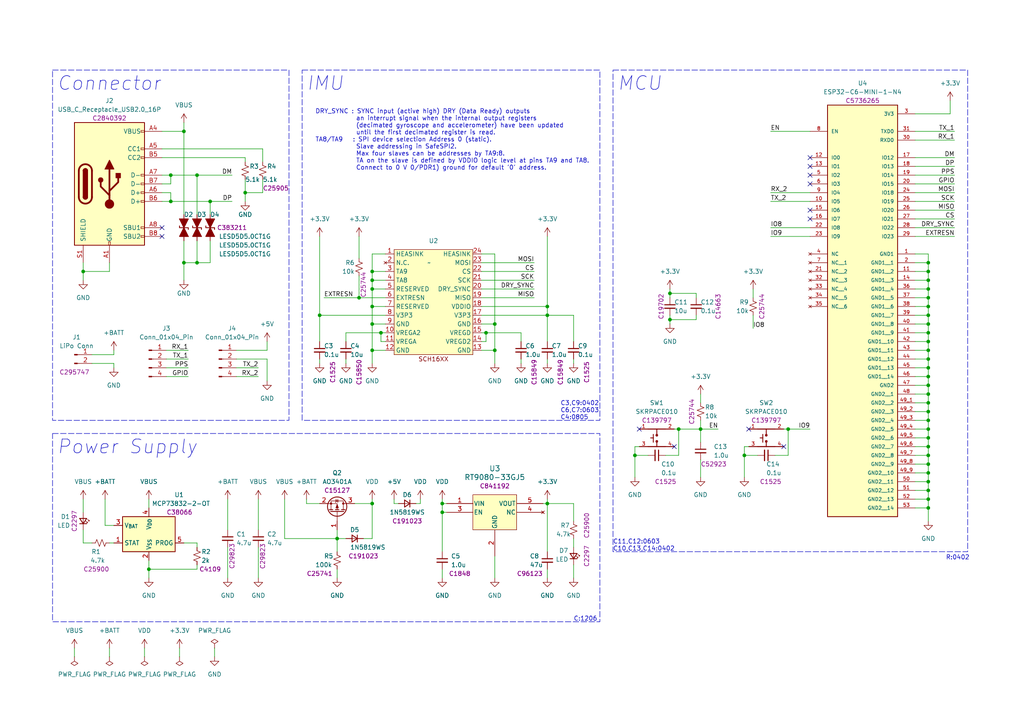
<source format=kicad_sch>
(kicad_sch (version 20230121) (generator eeschema)
  (paper "A4")
  (title_block (title "SCH16T Evaluation Board") (date "2025-03-18"))
  (junction (at 110.49 96.52))
  (junction (at 269.24 104.14))
  (junction (at 269.24 132.08))
  (junction (at 107.95 101.6))
  (junction (at 107.95 78.74))
  (junction (at 215.9 132.08))
  (junction (at 158.75 91.44))
  (junction (at 269.24 116.84))
  (junction (at 128.27 148.59))
  (junction (at 269.24 137.16))
  (junction (at 158.75 88.9))
  (junction (at 269.24 81.28))
  (junction (at 269.24 88.9))
  (junction (at 269.24 142.24))
  (junction (at 269.24 124.46))
  (junction (at 57.15 76.2))
  (junction (at 269.24 99.06))
  (junction (at 107.95 81.28))
  (junction (at 269.24 119.38))
  (junction (at 97.79 156.21))
  (junction (at 60.96 58.42))
  (junction (at 107.95 146.05))
  (junction (at 143.51 93.98))
  (junction (at 269.24 111.76))
  (junction (at 140.97 96.52))
  (junction (at 57.15 50.8))
  (junction (at 104.14 86.36))
  (junction (at 143.51 101.6))
  (junction (at 158.75 146.05))
  (junction (at 128.27 146.05))
  (junction (at 269.24 139.7))
  (junction (at 269.24 114.3))
  (junction (at 49.53 58.42))
  (junction (at 53.34 38.1))
  (junction (at 269.24 93.98))
  (junction (at 269.24 96.52))
  (junction (at 203.2 124.46))
  (junction (at 107.95 93.98))
  (junction (at 269.24 121.92))
  (junction (at 71.12 55.88))
  (junction (at 194.31 85.09))
  (junction (at 269.24 78.74))
  (junction (at 269.24 134.62))
  (junction (at 24.13 78.74))
  (junction (at 269.24 86.36))
  (junction (at 269.24 109.22))
  (junction (at 49.53 50.8))
  (junction (at 194.31 92.71))
  (junction (at 43.18 165.1))
  (junction (at 269.24 101.6))
  (junction (at 107.95 83.82))
  (junction (at 269.24 76.2))
  (junction (at 107.95 88.9))
  (junction (at 184.15 132.08))
  (junction (at 196.85 124.46))
  (junction (at 269.24 147.32))
  (junction (at 228.6 124.46))
  (junction (at 269.24 106.68))
  (junction (at 269.24 83.82))
  (junction (at 269.24 144.78))
  (junction (at 269.24 91.44))
  (junction (at 269.24 127))
  (junction (at 53.34 76.2))
  (junction (at 92.71 91.44))
  (junction (at 269.24 129.54))
  (no_connect (at 227.33 129.54))
  (no_connect (at 46.99 68.58))
  (no_connect (at 234.95 63.5))
  (no_connect (at 195.58 129.54))
  (no_connect (at 234.95 60.96))
  (no_connect (at 234.95 53.34))
  (no_connect (at 234.95 45.72))
  (no_connect (at 185.42 124.46))
  (no_connect (at 217.17 124.46))
  (no_connect (at 234.95 48.26))
  (no_connect (at 234.95 50.8))
  (no_connect (at 46.99 66.04))
  (wire (pts (xy 143.51 73.66) (xy 143.51 93.98)))
  (wire (pts (xy 269.24 147.32) (xy 265.43 147.32)))
  (wire (pts (xy 48.26 109.22) (xy 54.61 109.22)))
  (wire (pts (xy 269.24 121.92) (xy 265.43 121.92)))
  (wire (pts (xy 82.55 144.78) (xy 82.55 156.21)))
  (wire (pts (xy 269.24 134.62) (xy 265.43 134.62)))
  (wire (pts (xy 184.15 132.08) (xy 184.15 138.43)))
  (wire (pts (xy 21.59 187.96) (xy 21.59 190.5)))
  (wire (pts (xy 48.26 104.14) (xy 54.61 104.14)))
  (wire (pts (xy 139.7 78.74) (xy 154.94 78.74)))
  (wire (pts (xy 269.24 96.52) (xy 269.24 99.06)))
  (wire (pts (xy 97.79 165.1) (xy 97.79 167.64)))
  (wire (pts (xy 74.93 158.75) (xy 74.93 167.64)))
  (wire (pts (xy 265.43 45.72) (xy 276.86 45.72)))
  (wire (pts (xy 128.27 146.05) (xy 129.54 146.05)))
  (wire (pts (xy 110.49 96.52) (xy 110.49 99.06)))
  (wire (pts (xy 102.87 146.05) (xy 107.95 146.05)))
  (wire (pts (xy 269.24 101.6) (xy 269.24 104.14)))
  (wire (pts (xy 24.13 157.48) (xy 26.67 157.48)))
  (wire (pts (xy 269.24 91.44) (xy 265.43 91.44)))
  (wire (pts (xy 24.13 144.78) (xy 24.13 148.59)))
  (wire (pts (xy 269.24 129.54) (xy 265.43 129.54)))
  (wire (pts (xy 269.24 116.84) (xy 265.43 116.84)))
  (wire (pts (xy 269.24 91.44) (xy 269.24 93.98)))
  (wire (pts (xy 196.85 132.08) (xy 193.04 132.08)))
  (wire (pts (xy 275.59 29.21) (xy 275.59 33.02)))
  (wire (pts (xy 53.34 69.85) (xy 53.34 76.2)))
  (wire (pts (xy 269.24 142.24) (xy 265.43 142.24)))
  (wire (pts (xy 57.15 163.83) (xy 57.15 165.1)))
  (wire (pts (xy 77.47 101.6) (xy 77.47 99.06)))
  (wire (pts (xy 76.2 52.07) (xy 76.2 55.88)))
  (wire (pts (xy 71.12 55.88) (xy 76.2 55.88)))
  (wire (pts (xy 151.13 104.14) (xy 151.13 105.41)))
  (wire (pts (xy 215.9 129.54) (xy 217.17 129.54)))
  (wire (pts (xy 41.91 187.96) (xy 41.91 190.5)))
  (wire (pts (xy 107.95 78.74) (xy 107.95 81.28)))
  (wire (pts (xy 24.13 76.2) (xy 24.13 78.74)))
  (wire (pts (xy 121.92 146.05) (xy 120.65 146.05)))
  (wire (pts (xy 201.93 86.36) (xy 201.93 85.09)))
  (wire (pts (xy 269.24 111.76) (xy 265.43 111.76)))
  (wire (pts (xy 228.6 124.46) (xy 227.33 124.46)))
  (wire (pts (xy 223.52 66.04) (xy 234.95 66.04)))
  (wire (pts (xy 24.13 78.74) (xy 24.13 81.28)))
  (wire (pts (xy 203.2 124.46) (xy 208.28 124.46)))
  (wire (pts (xy 49.53 50.8) (xy 49.53 53.34)))
  (wire (pts (xy 139.7 101.6) (xy 143.51 101.6)))
  (wire (pts (xy 107.95 81.28) (xy 111.76 81.28)))
  (wire (pts (xy 46.99 43.18) (xy 76.2 43.18)))
  (wire (pts (xy 166.37 163.83) (xy 166.37 167.64)))
  (wire (pts (xy 269.24 134.62) (xy 269.24 137.16)))
  (wire (pts (xy 269.24 104.14) (xy 269.24 106.68)))
  (wire (pts (xy 269.24 129.54) (xy 269.24 132.08)))
  (wire (pts (xy 269.24 81.28) (xy 265.43 81.28)))
  (wire (pts (xy 269.24 144.78) (xy 265.43 144.78)))
  (wire (pts (xy 158.75 91.44) (xy 139.7 91.44)))
  (wire (pts (xy 265.43 40.64) (xy 276.86 40.64)))
  (wire (pts (xy 97.79 156.21) (xy 100.33 156.21)))
  (wire (pts (xy 24.13 78.74) (xy 31.75 78.74)))
  (wire (pts (xy 139.7 76.2) (xy 154.94 76.2)))
  (wire (pts (xy 60.96 58.42) (xy 60.96 62.23)))
  (wire (pts (xy 68.58 109.22) (xy 74.93 109.22)))
  (wire (pts (xy 166.37 99.06) (xy 166.37 91.44)))
  (wire (pts (xy 60.96 58.42) (xy 67.31 58.42)))
  (wire (pts (xy 46.99 45.72) (xy 71.12 45.72)))
  (wire (pts (xy 48.26 101.6) (xy 54.61 101.6)))
  (wire (pts (xy 265.43 48.26) (xy 276.86 48.26)))
  (wire (pts (xy 107.95 73.66) (xy 107.95 78.74)))
  (wire (pts (xy 269.24 116.84) (xy 269.24 119.38)))
  (wire (pts (xy 166.37 151.13) (xy 166.37 146.05)))
  (wire (pts (xy 57.15 76.2) (xy 60.96 76.2)))
  (wire (pts (xy 139.7 88.9) (xy 158.75 88.9)))
  (wire (pts (xy 158.75 91.44) (xy 158.75 99.06)))
  (wire (pts (xy 49.53 50.8) (xy 57.15 50.8)))
  (wire (pts (xy 139.7 83.82) (xy 154.94 83.82)))
  (wire (pts (xy 269.24 104.14) (xy 265.43 104.14)))
  (wire (pts (xy 107.95 93.98) (xy 107.95 101.6)))
  (wire (pts (xy 107.95 101.6) (xy 107.95 105.41)))
  (wire (pts (xy 269.24 93.98) (xy 269.24 96.52)))
  (wire (pts (xy 269.24 137.16) (xy 269.24 139.7)))
  (wire (pts (xy 143.51 161.29) (xy 143.51 167.64)))
  (wire (pts (xy 46.99 38.1) (xy 53.34 38.1)))
  (wire (pts (xy 203.2 133.35) (xy 203.2 138.43)))
  (wire (pts (xy 139.7 73.66) (xy 143.51 73.66)))
  (wire (pts (xy 31.75 76.2) (xy 31.75 78.74)))
  (wire (pts (xy 223.52 58.42) (xy 234.95 58.42)))
  (wire (pts (xy 228.6 132.08) (xy 224.79 132.08)))
  (wire (pts (xy 121.92 144.78) (xy 121.92 146.05)))
  (wire (pts (xy 269.24 96.52) (xy 265.43 96.52)))
  (wire (pts (xy 157.48 146.05) (xy 158.75 146.05)))
  (wire (pts (xy 57.15 158.75) (xy 57.15 157.48)))
  (wire (pts (xy 100.33 104.14) (xy 100.33 105.41)))
  (wire (pts (xy 107.95 144.78) (xy 107.95 146.05)))
  (wire (pts (xy 269.24 144.78) (xy 269.24 147.32)))
  (wire (pts (xy 158.75 68.58) (xy 158.75 88.9)))
  (wire (pts (xy 228.6 124.46) (xy 234.95 124.46)))
  (wire (pts (xy 92.71 99.06) (xy 92.71 91.44)))
  (wire (pts (xy 166.37 91.44) (xy 158.75 91.44)))
  (wire (pts (xy 201.93 91.44) (xy 201.93 92.71)))
  (wire (pts (xy 203.2 124.46) (xy 203.2 128.27)))
  (wire (pts (xy 269.24 83.82) (xy 269.24 86.36)))
  (wire (pts (xy 269.24 124.46) (xy 265.43 124.46)))
  (wire (pts (xy 111.76 93.98) (xy 107.95 93.98)))
  (wire (pts (xy 93.98 86.36) (xy 104.14 86.36)))
  (wire (pts (xy 100.33 96.52) (xy 110.49 96.52)))
  (wire (pts (xy 128.27 165.1) (xy 128.27 167.64)))
  (wire (pts (xy 269.24 111.76) (xy 269.24 114.3)))
  (wire (pts (xy 269.24 139.7) (xy 265.43 139.7)))
  (wire (pts (xy 31.75 157.48) (xy 33.02 157.48)))
  (wire (pts (xy 269.24 73.66) (xy 269.24 76.2)))
  (wire (pts (xy 269.24 99.06) (xy 265.43 99.06)))
  (wire (pts (xy 114.3 144.78) (xy 114.3 146.05)))
  (wire (pts (xy 269.24 142.24) (xy 269.24 144.78)))
  (wire (pts (xy 30.48 152.4) (xy 33.02 152.4)))
  (wire (pts (xy 43.18 165.1) (xy 57.15 165.1)))
  (wire (pts (xy 71.12 52.07) (xy 71.12 55.88)))
  (wire (pts (xy 57.15 69.85) (xy 57.15 76.2)))
  (wire (pts (xy 57.15 50.8) (xy 57.15 62.23)))
  (wire (pts (xy 269.24 127) (xy 269.24 129.54)))
  (wire (pts (xy 269.24 124.46) (xy 269.24 127)))
  (wire (pts (xy 53.34 76.2) (xy 57.15 76.2)))
  (wire (pts (xy 228.6 124.46) (xy 228.6 132.08)))
  (wire (pts (xy 218.44 83.82) (xy 218.44 86.36)))
  (wire (pts (xy 269.24 73.66) (xy 265.43 73.66)))
  (wire (pts (xy 139.7 81.28) (xy 154.94 81.28)))
  (wire (pts (xy 66.04 158.75) (xy 66.04 167.64)))
  (wire (pts (xy 194.31 85.09) (xy 201.93 85.09)))
  (wire (pts (xy 166.37 104.14) (xy 166.37 105.41)))
  (wire (pts (xy 105.41 156.21) (xy 107.95 156.21)))
  (wire (pts (xy 107.95 78.74) (xy 111.76 78.74)))
  (wire (pts (xy 269.24 83.82) (xy 265.43 83.82)))
  (wire (pts (xy 140.97 99.06) (xy 140.97 96.52)))
  (wire (pts (xy 43.18 165.1) (xy 43.18 167.64)))
  (wire (pts (xy 194.31 92.71) (xy 201.93 92.71)))
  (wire (pts (xy 26.67 105.41) (xy 33.02 105.41)))
  (wire (pts (xy 194.31 83.82) (xy 194.31 85.09)))
  (wire (pts (xy 107.95 146.05) (xy 107.95 156.21)))
  (wire (pts (xy 71.12 46.99) (xy 71.12 45.72)))
  (wire (pts (xy 158.75 165.1) (xy 158.75 167.64)))
  (wire (pts (xy 269.24 81.28) (xy 269.24 83.82)))
  (wire (pts (xy 151.13 96.52) (xy 151.13 99.06)))
  (wire (pts (xy 143.51 93.98) (xy 143.51 101.6)))
  (wire (pts (xy 196.85 124.46) (xy 196.85 132.08)))
  (wire (pts (xy 269.24 114.3) (xy 265.43 114.3)))
  (wire (pts (xy 53.34 62.23) (xy 53.34 38.1)))
  (wire (pts (xy 158.75 146.05) (xy 158.75 160.02)))
  (wire (pts (xy 269.24 86.36) (xy 269.24 88.9)))
  (wire (pts (xy 57.15 50.8) (xy 67.31 50.8)))
  (wire (pts (xy 215.9 132.08) (xy 215.9 138.43)))
  (wire (pts (xy 107.95 88.9) (xy 107.95 93.98)))
  (wire (pts (xy 269.24 109.22) (xy 265.43 109.22)))
  (wire (pts (xy 88.9 144.78) (xy 88.9 146.05)))
  (wire (pts (xy 33.02 102.87) (xy 26.67 102.87)))
  (wire (pts (xy 33.02 105.41) (xy 33.02 106.68)))
  (wire (pts (xy 194.31 92.71) (xy 194.31 93.98)))
  (wire (pts (xy 265.43 53.34) (xy 276.86 53.34)))
  (wire (pts (xy 194.31 85.09) (xy 194.31 86.36)))
  (wire (pts (xy 100.33 99.06) (xy 100.33 96.52)))
  (wire (pts (xy 139.7 96.52) (xy 140.97 96.52)))
  (wire (pts (xy 166.37 156.21) (xy 166.37 158.75)))
  (wire (pts (xy 215.9 132.08) (xy 219.71 132.08)))
  (wire (pts (xy 269.24 119.38) (xy 269.24 121.92)))
  (wire (pts (xy 269.24 121.92) (xy 269.24 124.46)))
  (wire (pts (xy 49.53 58.42) (xy 60.96 58.42)))
  (wire (pts (xy 265.43 68.58) (xy 276.86 68.58)))
  (wire (pts (xy 68.58 101.6) (xy 77.47 101.6)))
  (wire (pts (xy 110.49 96.52) (xy 111.76 96.52)))
  (wire (pts (xy 269.24 99.06) (xy 269.24 101.6)))
  (wire (pts (xy 49.53 55.88) (xy 49.53 58.42)))
  (wire (pts (xy 203.2 121.92) (xy 203.2 124.46)))
  (wire (pts (xy 128.27 148.59) (xy 128.27 160.02)))
  (wire (pts (xy 53.34 76.2) (xy 53.34 81.28)))
  (wire (pts (xy 60.96 69.85) (xy 60.96 76.2)))
  (wire (pts (xy 111.76 101.6) (xy 107.95 101.6)))
  (wire (pts (xy 269.24 106.68) (xy 265.43 106.68)))
  (wire (pts (xy 53.34 157.48) (xy 57.15 157.48)))
  (wire (pts (xy 269.24 132.08) (xy 269.24 134.62)))
  (wire (pts (xy 269.24 78.74) (xy 265.43 78.74)))
  (wire (pts (xy 30.48 144.78) (xy 30.48 152.4)))
  (wire (pts (xy 223.52 68.58) (xy 234.95 68.58)))
  (wire (pts (xy 82.55 156.21) (xy 97.79 156.21)))
  (wire (pts (xy 158.75 104.14) (xy 158.75 105.41)))
  (wire (pts (xy 218.44 91.44) (xy 218.44 95.25)))
  (wire (pts (xy 269.24 86.36) (xy 265.43 86.36)))
  (wire (pts (xy 24.13 153.67) (xy 24.13 157.48)))
  (wire (pts (xy 215.9 129.54) (xy 215.9 132.08)))
  (wire (pts (xy 71.12 55.88) (xy 71.12 58.42)))
  (wire (pts (xy 53.34 35.56) (xy 53.34 38.1)))
  (wire (pts (xy 33.02 101.6) (xy 33.02 102.87)))
  (wire (pts (xy 158.75 88.9) (xy 158.75 91.44)))
  (wire (pts (xy 128.27 146.05) (xy 128.27 148.59)))
  (wire (pts (xy 203.2 114.3) (xy 203.2 116.84)))
  (wire (pts (xy 265.43 33.02) (xy 275.59 33.02)))
  (wire (pts (xy 62.23 187.96) (xy 62.23 190.5)))
  (wire (pts (xy 223.52 38.1) (xy 234.95 38.1)))
  (wire (pts (xy 184.15 129.54) (xy 185.42 129.54)))
  (wire (pts (xy 269.24 101.6) (xy 265.43 101.6)))
  (wire (pts (xy 196.85 124.46) (xy 203.2 124.46)))
  (wire (pts (xy 92.71 146.05) (xy 88.9 146.05)))
  (wire (pts (xy 140.97 96.52) (xy 151.13 96.52)))
  (wire (pts (xy 184.15 129.54) (xy 184.15 132.08)))
  (wire (pts (xy 269.24 109.22) (xy 269.24 111.76)))
  (wire (pts (xy 265.43 38.1) (xy 276.86 38.1)))
  (wire (pts (xy 139.7 86.36) (xy 154.94 86.36)))
  (wire (pts (xy 104.14 86.36) (xy 111.76 86.36)))
  (wire (pts (xy 269.24 147.32) (xy 269.24 151.13)))
  (wire (pts (xy 48.26 106.68) (xy 54.61 106.68)))
  (wire (pts (xy 77.47 110.49) (xy 77.47 104.14)))
  (wire (pts (xy 128.27 148.59) (xy 129.54 148.59)))
  (wire (pts (xy 269.24 93.98) (xy 265.43 93.98)))
  (wire (pts (xy 158.75 146.05) (xy 166.37 146.05)))
  (wire (pts (xy 139.7 93.98) (xy 143.51 93.98)))
  (wire (pts (xy 66.04 144.78) (xy 66.04 153.67)))
  (wire (pts (xy 43.18 144.78) (xy 43.18 147.32)))
  (wire (pts (xy 143.51 101.6) (xy 143.51 105.41)))
  (wire (pts (xy 269.24 106.68) (xy 269.24 109.22)))
  (wire (pts (xy 269.24 127) (xy 265.43 127)))
  (wire (pts (xy 111.76 99.06) (xy 110.49 99.06)))
  (wire (pts (xy 269.24 119.38) (xy 265.43 119.38)))
  (wire (pts (xy 77.47 104.14) (xy 68.58 104.14)))
  (wire (pts (xy 196.85 124.46) (xy 195.58 124.46)))
  (wire (pts (xy 269.24 132.08) (xy 265.43 132.08)))
  (wire (pts (xy 92.71 68.58) (xy 92.71 91.44)))
  (wire (pts (xy 107.95 81.28) (xy 107.95 83.82)))
  (wire (pts (xy 269.24 114.3) (xy 269.24 116.84)))
  (wire (pts (xy 158.75 146.05) (xy 158.75 144.78)))
  (wire (pts (xy 92.71 104.14) (xy 92.71 105.41)))
  (wire (pts (xy 194.31 91.44) (xy 194.31 92.71)))
  (wire (pts (xy 74.93 144.78) (xy 74.93 153.67)))
  (wire (pts (xy 92.71 91.44) (xy 111.76 91.44)))
  (wire (pts (xy 111.76 73.66) (xy 107.95 73.66)))
  (wire (pts (xy 269.24 76.2) (xy 269.24 78.74)))
  (wire (pts (xy 97.79 153.67) (xy 97.79 156.21)))
  (wire (pts (xy 223.52 55.88) (xy 234.95 55.88)))
  (wire (pts (xy 139.7 99.06) (xy 140.97 99.06)))
  (wire (pts (xy 107.95 83.82) (xy 107.95 88.9)))
  (wire (pts (xy 265.43 55.88) (xy 276.86 55.88)))
  (wire (pts (xy 128.27 144.78) (xy 128.27 146.05)))
  (wire (pts (xy 46.99 58.42) (xy 49.53 58.42)))
  (wire (pts (xy 68.58 106.68) (xy 74.93 106.68)))
  (wire (pts (xy 76.2 43.18) (xy 76.2 46.99)))
  (wire (pts (xy 52.07 187.96) (xy 52.07 190.5)))
  (wire (pts (xy 31.75 187.96) (xy 31.75 190.5)))
  (wire (pts (xy 269.24 88.9) (xy 265.43 88.9)))
  (wire (pts (xy 104.14 68.58) (xy 104.14 74.93)))
  (wire (pts (xy 104.14 80.01) (xy 104.14 86.36)))
  (wire (pts (xy 46.99 53.34) (xy 49.53 53.34)))
  (wire (pts (xy 265.43 60.96) (xy 276.86 60.96)))
  (wire (pts (xy 269.24 76.2) (xy 265.43 76.2)))
  (wire (pts (xy 269.24 88.9) (xy 269.24 91.44)))
  (wire (pts (xy 43.18 162.56) (xy 43.18 165.1)))
  (wire (pts (xy 107.95 88.9) (xy 111.76 88.9)))
  (wire (pts (xy 269.24 137.16) (xy 265.43 137.16)))
  (wire (pts (xy 46.99 50.8) (xy 49.53 50.8)))
  (wire (pts (xy 46.99 55.88) (xy 49.53 55.88)))
  (wire (pts (xy 265.43 63.5) (xy 276.86 63.5)))
  (wire (pts (xy 265.43 58.42) (xy 276.86 58.42)))
  (wire (pts (xy 111.76 83.82) (xy 107.95 83.82)))
  (wire (pts (xy 269.24 139.7) (xy 269.24 142.24)))
  (wire (pts (xy 265.43 50.8) (xy 276.86 50.8)))
  (wire (pts (xy 269.24 78.74) (xy 269.24 81.28)))
  (wire (pts (xy 265.43 66.04) (xy 276.86 66.04)))
  (wire (pts (xy 114.3 146.05) (xy 115.57 146.05)))
  (wire (pts (xy 184.15 132.08) (xy 187.96 132.08)))
  (wire (pts (xy 97.79 156.21) (xy 97.79 160.02)))
  (rectangle (start 177.8 20.32) (end 280.67 160.02) (stroke (width 0) (type dash)))
  (rectangle (start 15.24 20.32) (end 83.82 121.92) (stroke (width 0) (type dash)))
  (rectangle (start 87.63 20.32) (end 173.99 121.92) (stroke (width 0) (type dash)))
  (rectangle (start 15.24 125.73) (end 173.99 180.34) (stroke (width 0) (type dash)))
  (text "Power Supply" (at 16.51 132.08 0) (effects (font (size 4 4) italic) (justify left bottom)))
  (text "MCU" (at 179.07 26.67 0) (effects (font (size 4 4) italic) (justify left bottom)))
  (text "IMU" (at 88.9 26.67 0) (effects (font (size 4 4) italic) (justify left bottom)))
  (text "DRY_SYNC : SYNC input (active high) DRY (Data Ready) outputs \n		  an interrupt signal when the internal output registers\n		  (decimated gyroscope and accelerometer) have been updated\n		  until the first decimated register is read. \nTA8/TA9	 : SPI device selection Address 0 (static).\n		  Slave addressing in SafeSPI2. \n		  Max four slaves can be addresses by TA9:8. \n		  TA on the slave is defined by VDDIO logic level at pins TA9 and TA8.\n		  Connect to 0 V 0/PDR1) ground for default '0' address. " (at 91.44 49.53 0) (effects (font (size 1.27 1.27)) (justify left bottom)))
  (text "Connector" (at 16.51 26.67 0) (effects (font (size 4 4) italic) (justify left bottom)))
  (text "C:1206" (at 166.37 180.34 0) (effects (font (size 1.27 1.27)) (justify left bottom)))
  (text "C11,C12:0603\nC10,C13,C14:0402" (at 177.8 160.02 0) (effects (font (size 1.27 1.27)) (justify left bottom)))
  (text "C3,C9:0402\nC6,C7:0603\nC4:0805" (at 162.56 121.92 0) (effects (font (size 1.27 1.27)) (justify left bottom)))
  (text "R:0402" (at 274.32 162.56 0) (effects (font (size 1.27 1.27)) (justify left bottom)))
  (label "PPS" (at 54.61 106.68 180))
  (label "EN" (at 223.52 38.1 0))
  (label "RX_1" (at 54.61 101.6 180))
  (label "TX_1" (at 276.86 38.1 180))
  (label "DRY_SYNC" (at 154.94 83.82 180))
  (label "CS" (at 154.94 78.74 180))
  (label "RX_2" (at 74.93 109.22 180))
  (label "RX_2" (at 223.52 55.88 0))
  (label "MOSI" (at 154.94 76.2 180))
  (label "PPS" (at 276.86 50.8 180))
  (label "GPIO" (at 276.86 53.34 180))
  (label "EN" (at 208.28 124.46 180))
  (label "MISO" (at 154.94 86.36 180))
  (label "TX_1" (at 54.61 104.14 180))
  (label "IO9" (at 223.52 68.58 0))
  (label "MOSI" (at 276.86 55.88 180))
  (label "SCK" (at 276.86 58.42 180))
  (label "IO8" (at 223.52 66.04 0))
  (label "DP" (at 276.86 48.26 180))
  (label "EXTRESN" (at 276.86 68.58 180))
  (label "DP" (at 67.31 58.42 180))
  (label "DM" (at 67.31 50.8 180))
  (label "GPIO" (at 54.61 109.22 180))
  (label "IO8" (at 218.44 95.25 0))
  (label "DM" (at 276.86 45.72 180))
  (label "IO9" (at 234.95 124.46 180))
  (label "MISO" (at 276.86 60.96 180))
  (label "SCK" (at 154.94 81.28 180))
  (label "RX_1" (at 276.86 40.64 180))
  (label "CS" (at 276.86 63.5 180))
  (label "TX_2" (at 74.93 106.68 180))
  (label "TX_2" (at 223.52 58.42 0))
  (label "DRY_SYNC" (at 276.86 66.04 180))
  (label "EXTRESN" (at 93.98 86.36 0))
  (symbol (lib_id "Device:C_Small") (at 128.27 162.56 0) (unit 1)
    (property "Reference" "C5" (at 130.81 161.2963 0) (effects (justify left)))
    (property "Value" "1.0u" (at 130.81 163.8363 0) (effects (justify left)))
    (property "Footprint" "Capacitor_SMD:C_1206_3216Metric" (effects hide))
    (property "LCSC" "C1848" (at 133.35 166.37 0))
  )
  (symbol (lib_id "ESP32-C6-MINI-1-N4:ESP32-C6-MINI-1-N4") (at 250.19 53.34 0) (unit 1)
    (property "Reference" "U4" (at 250.19 24.13 0))
    (property "Value" "ESP32-C6-MINI-1-N4" (at 250.19 26.67 0))
    (property "Footprint" "ESP32_C6_MINI_1_N4:XCVR_ESP32-C6-MINI-1-N4" (effects hide))
    (property "PARTREV" "1.0" (effects hide))
    (property "STANDARD" "Manufacturer recommendations" (effects hide))
    (property "MAXIMUM_PACKAGE_HEIGHT" "2.55 mm" (effects hide))
    (property "MANUFACTURER" "Espressif Systems" (effects hide))
    (property "LCSC" "C5736265" (at 250.19 29.21 0))
  )
  (symbol (lib_id "Device:R_Small_US") (at 97.79 162.56 0) (unit 1)
    (property "Reference" "R5" (at 93.98 161.29 0) (effects (justify left)))
    (property "Value" "100k" (at 91.44 163.83 0) (effects (justify left)))
    (property "Footprint" "Resistor_SMD:R_0402_1005Metric" (effects hide))
    (property "LCSC" "C25741" (at 92.71 166.37 0))
  )
  (symbol (lib_id "Device:D_Small") (at 102.87 156.21 180) (unit 1)
    (property "Reference" "D5" (at 102.87 153.67 0))
    (property "Value" "1N5819WS" (at 106.68 158.75 0))
    (property "Footprint" "Diode_SMD:D_SOD-323" (effects hide))
    (property "Sim.Device" "D" (effects hide))
    (property "Sim.Pins" "1=K 2=A" (effects hide))
    (property "LCSC" "C191023" (at 105.41 161.29 0))
  )
  (symbol (lib_id "Device:R_Small_US") (at 71.12 49.53 0) (unit 1)
    (property "Reference" "R3" (at 72.39 48.26 0) (effects (justify left)))
    (property "Value" "5.1k" (at 71.12 52.07 0) (effects (justify left)))
    (property "Footprint" "Resistor_SMD:R_0402_1005Metric" (effects hide))
    (property "LCSC" "C25905" (at 80.01 54.61 0))
  )
  (symbol (lib_id "power:VDD") (at 121.92 144.78 0) (unit 1)
    (property "Reference" "#PWR032" (effects hide))
    (property "Value" "VDD" (at 121.92 139.7 0))
  )
  (symbol (lib_id "power:+3.3V") (at 104.14 68.58 0) (unit 1)
    (property "Reference" "#PWR028" (effects hide))
    (property "Value" "+3.3V" (at 104.14 63.5 0))
  )
  (symbol (lib_id "power:GND") (at 143.51 105.41 0) (unit 1)
    (property "Reference" "#PWR035" (effects hide))
    (property "Value" "GND" (at 143.51 110.49 0))
  )
  (symbol (lib_id "power:GND") (at 97.79 167.64 0) (unit 1)
    (property "Reference" "#PWR026" (effects hide))
    (property "Value" "GND" (at 97.79 172.72 0))
  )
  (symbol (lib_id "power:VBUS") (at 21.59 187.96 0) (unit 1)
    (property "Reference" "#PWR01" (effects hide))
    (property "Value" "VBUS" (at 21.59 182.88 0))
  )
  (symbol (lib_id "Device:C_Small") (at 203.2 130.81 0) (unit 1)
    (property "Reference" "C13" (at 207.01 129.54 0) (effects (justify left)))
    (property "Value" "1.0u" (at 207.01 132.08 0) (effects (justify left)))
    (property "Footprint" "Capacitor_SMD:C_0402_1005Metric" (effects hide))
    (property "LCSC" "C52923" (at 207.01 134.62 0))
  )
  (symbol (lib_id "power:GND") (at 143.51 167.64 0) (unit 1)
    (property "Reference" "#PWR036" (effects hide))
    (property "Value" "GND" (at 143.51 172.72 0))
  )
  (symbol (lib_id "power:+3.3V") (at 194.31 83.82 0) (mirror y) (unit 1)
    (property "Reference" "#PWR045" (effects hide))
    (property "Value" "+3.3V" (at 194.31 78.74 0))
  )
  (symbol (lib_id "Device:LED_Small") (at 166.37 161.29 270) (mirror x) (unit 1)
    (property "Reference" "D7" (at 164.8453 159.6949 90) (effects (justify right)))
    (property "Value" "LED" (at 164.8453 162.2349 90) (effects (justify right)))
    (property "Footprint" "Diode_SMD:D_0805_2012Metric" (effects hide))
    (property "LCSC" "C2297" (at 170.18 161.29 0))
  )
  (symbol (lib_id "Device:R_Small_US") (at 203.2 119.38 0) (unit 1)
    (property "Reference" "R8" (at 204.47 118.11 0) (effects (justify left)))
    (property "Value" "10k" (at 204.47 120.65 0) (effects (justify left)))
    (property "Footprint" "Resistor_SMD:R_0402_1005Metric" (effects hide))
    (property "LCSC" "C25744" (at 200.66 119.38 90))
  )
  (symbol (lib_id "Connector:Conn_01x02_Pin") (at 21.59 102.87 0) (unit 1)
    (property "Reference" "J1" (at 22.225 97.79 0))
    (property "Value" "LiPo Conn" (at 22.225 100.33 0))
    (property "Footprint" "Connector_JST2:JST_PH_S2B-PH-SM4-TB_1x02-1MP_P2.00mm_Horizontal" (effects hide))
    (property "LCSC" "C295747" (at 21.59 107.95 0))
  )
  (symbol (lib_id "power:GND") (at 158.75 105.41 0) (unit 1)
    (property "Reference" "#PWR039" (effects hide))
    (property "Value" "GND" (at 158.75 110.49 0))
  )
  (symbol (lib_id "Device:D_TVS_Filled") (at 53.34 66.04 90) (unit 1)
    (property "Reference" "D2" (at 53.34 62.23 90) (effects (justify right)))
    (property "Value" "LESD5D5.0CT1G" (at 63.5 68.58 90) (effects (justify right)))
    (property "Footprint" "Diode_SMD:D_SOD-523" (effects hide))
    (property "LCSC" "C383211" (effects hide))
  )
  (symbol (lib_id "Device:R_Small_US") (at 104.14 77.47 180) (unit 1)
    (property "Reference" "R6" (at 102.87 76.2 0) (effects (justify left)))
    (property "Value" "10k" (at 102.87 78.74 0) (effects (justify left)))
    (property "Footprint" "Resistor_SMD:R_0402_1005Metric" (effects hide))
    (property "LCSC" "C25744" (at 105.41 82.55 90))
  )
  (symbol (lib_id "Device:C_Small") (at 66.04 156.21 0) (unit 1)
    (property "Reference" "C1" (at 68.58 154.9463 0) (effects (justify left)))
    (property "Value" "4.7u" (at 68.58 157.48 0) (effects (justify left)))
    (property "Footprint" "Capacitor_SMD:C_1206_3216Metric" (effects hide))
    (property "LCSC" "C29823" (at 67.31 161.29 90))
  )
  (symbol (lib_id "RT9080-33GJ5:RT9080-33GJ5") (at 143.51 148.59 0) (unit 1)
    (property "Reference" "U3" (at 143.51 135.89 0) (effects (font (size 1.524 1.524))))
    (property "Value" "RT9080-33GJ5" (at 143.51 138.43 0) (effects (font (size 1.524 1.524))))
    (property "Footprint" "Package_TO_SOT_SMD:SOT-23-5" (effects hide))
    (property "Datasheet" "RT9080-33GJ5" (effects hide))
    (property "LCSC" "C841192" (at 143.51 140.97 0))
  )
  (symbol (lib_id "power:VBUS") (at 24.13 144.78 0) (unit 1)
    (property "Reference" "#PWR03" (effects hide))
    (property "Value" "VBUS" (at 24.13 139.7 0))
  )
  (symbol (lib_id "Device:C_Small") (at 166.37 101.6 0) (unit 1)
    (property "Reference" "C9" (at 167.64 100.33 0) (effects (justify left)))
    (property "Value" "0.1u" (at 167.64 102.87 0) (effects (justify left)))
    (property "Footprint" "Capacitor_SMD:C_0402_1005Metric" (effects hide))
    (property "LCSC" "C1525" (at 170.18 107.95 90))
  )
  (symbol (lib_id "power:PWR_FLAG") (at 21.59 190.5 180) (unit 1)
    (property "Reference" "#FLG01" (effects hide))
    (property "Value" "PWR_FLAG" (at 21.59 195.58 0))
  )
  (symbol (lib_id "power:+5V") (at 77.47 99.06 0) (unit 1)
    (property "Reference" "#PWR020" (effects hide))
    (property "Value" "+5V" (at 77.47 93.98 0))
  )
  (symbol (lib_id "Device:C_Small") (at 74.93 156.21 0) (unit 1)
    (property "Reference" "C2" (at 77.47 154.94 0) (effects (justify left)))
    (property "Value" "4.7u" (at 77.47 157.48 0) (effects (justify left)))
    (property "Footprint" "Capacitor_SMD:C_1206_3216Metric" (effects hide))
    (property "LCSC" "C29823" (at 76.2 165.1 90) (effects (justify left)))
  )
  (symbol (lib_id "power:GND") (at 100.33 105.41 0) (unit 1)
    (property "Reference" "#PWR027" (effects hide))
    (property "Value" "GND" (at 100.33 110.49 0))
  )
  (symbol (lib_id "power:VDD") (at 41.91 187.96 0) (unit 1)
    (property "Reference" "#PWR08" (effects hide))
    (property "Value" "VDD" (at 41.91 182.88 0))
  )
  (symbol (lib_id "Device:C_Small") (at 222.25 132.08 270) (unit 1)
    (property "Reference" "C14" (at 222.25 134.62 90) (effects (justify left)))
    (property "Value" "0.1u" (at 222.25 137.16 90) (effects (justify left)))
    (property "Footprint" "Capacitor_SMD:C_0402_1005Metric" (effects hide))
    (property "LCSC" "C1525" (at 223.52 139.7 90))
  )
  (symbol (lib_id "power:+5V") (at 114.3 144.78 0) (unit 1)
    (property "Reference" "#PWR031" (effects hide))
    (property "Value" "+5V" (at 114.3 139.7 0))
  )
  (symbol (lib_id "Device:C_Small") (at 151.13 101.6 0) (unit 1)
    (property "Reference" "C6" (at 152.4 100.33 0) (effects (justify left)))
    (property "Value" "1.0u" (at 152.4 102.87 0) (effects (justify left)))
    (property "Footprint" "Capacitor_SMD:C_0603_1608Metric" (effects hide))
    (property "LCSC" "C15849" (at 154.94 107.95 90))
  )
  (symbol (lib_id "power:+3.3V") (at 158.75 68.58 0) (mirror y) (unit 1)
    (property "Reference" "#PWR038" (effects hide))
    (property "Value" "+3.3V" (at 158.75 63.5 0))
  )
  (symbol (lib_id "power:+3.3V") (at 218.44 83.82 0) (mirror y) (unit 1)
    (property "Reference" "#PWR050" (effects hide))
    (property "Value" "+3.3V" (at 218.44 78.74 0))
  )
  (symbol (lib_id "Device:C_Small") (at 194.31 88.9 0) (unit 1)
    (property "Reference" "C11" (at 195.58 87.63 0) (effects (justify left)))
    (property "Value" "10u" (at 195.58 90.17 0) (effects (justify left)))
    (property "Footprint" "Capacitor_SMD:C_0603_1608Metric" (effects hide))
    (property "LCSC" "C19702" (at 191.77 88.9 90))
  )
  (symbol (lib_id "power:GND") (at 74.93 167.64 0) (unit 1)
    (property "Reference" "#PWR019" (effects hide))
    (property "Value" "GND" (at 74.93 172.72 0))
  )
  (symbol (lib_id "power:+3.3V") (at 203.2 114.3 0) (mirror y) (unit 1)
    (property "Reference" "#PWR047" (effects hide))
    (property "Value" "+3.3V" (at 203.2 109.22 0))
  )
  (symbol (lib_id "Device:C_Small") (at 190.5 132.08 270) (unit 1)
    (property "Reference" "C10" (at 191.77 134.62 90) (effects (justify left)))
    (property "Value" "0.1u" (at 191.77 137.16 90) (effects (justify left)))
    (property "Footprint" "Capacitor_SMD:C_0402_1005Metric" (effects hide))
    (property "LCSC" "C1525" (at 193.04 139.7 90))
  )
  (symbol (lib_id "power:+BATT") (at 66.04 144.78 0) (unit 1)
    (property "Reference" "#PWR015" (effects hide))
    (property "Value" "+BATT" (at 66.04 139.7 0))
  )
  (symbol (lib_id "power:VBUS") (at 74.93 144.78 0) (unit 1)
    (property "Reference" "#PWR018" (effects hide))
    (property "Value" "VBUS" (at 74.93 139.7 0))
  )
  (symbol (lib_id "power:+BATT") (at 30.48 144.78 0) (unit 1)
    (property "Reference" "#PWR04" (effects hide))
    (property "Value" "+BATT" (at 30.48 139.7 0))
  )
  (symbol (lib_id "power:+3.3V") (at 158.75 144.78 0) (unit 1)
    (property "Reference" "#PWR040" (effects hide))
    (property "Value" "+3.3V" (at 158.75 139.7 0))
  )
  (symbol (lib_id "power:GND") (at 107.95 105.41 0) (unit 1)
    (property "Reference" "#PWR029" (effects hide))
    (property "Value" "GND" (at 107.95 110.49 0))
  )
  (symbol (lib_id "power:GND") (at 184.15 138.43 0) (unit 1)
    (property "Reference" "#PWR044" (effects hide))
    (property "Value" "GND" (at 184.15 143.51 0))
  )
  (symbol (lib_id "power:GND") (at 166.37 167.64 0) (unit 1)
    (property "Reference" "#PWR043" (effects hide))
    (property "Value" "GND" (at 166.37 172.72 0))
  )
  (symbol (lib_id "power:GND") (at 33.02 106.68 0) (unit 1)
    (property "Reference" "#PWR07" (effects hide))
    (property "Value" "GND" (at 33.02 111.76 0))
  )
  (symbol (lib_id "SKRPACE010:SKRPACE010") (at 222.25 127 0) (unit 1)
    (property "Reference" "SW2" (at 222.25 116.84 0))
    (property "Value" "SKRPACE010" (at 222.25 119.38 0))
    (property "Footprint" "SKRPACE010:SW_SKRPACE010" (effects hide))
    (property "STANDARD" "Maniufacturer Recommendations" (effects hide))
    (property "MANUFACTURER" "ALPS" (effects hide))
    (property "LCSC" "C139797" (at 222.25 121.92 0))
  )
  (symbol (lib_id "power:+3.3V") (at 275.59 29.21 0) (mirror y) (unit 1)
    (property "Reference" "#PWR052" (effects hide))
    (property "Value" "+3.3V" (at 275.59 24.13 0))
  )
  (symbol (lib_id "Connector:Conn_01x04_Pin") (at 43.18 104.14 0) (unit 1)
    (property "Reference" "J3" (at 48.26 95.25 0))
    (property "Value" "Conn_01x04_Pin" (at 48.26 97.79 0))
    (property "Footprint" "Connector_PinHeader_2.54mm:PinHeader_1x04_P2.54mm_Vertical" (effects hide))
  )
  (symbol (lib_id "Battery_Management:MCP73832-2-OT") (at 43.18 154.94 0) (mirror y) (unit 1)
    (property "Reference" "U1" (at 53.34 143.51 0) (effects (justify left)))
    (property "Value" "MCP73832-2-OT" (at 60.96 146.05 0) (effects (justify left)))
    (property "Footprint" "Package_TO_SOT_SMD:SOT-23-5" (effects hide))
    (property "Datasheet" "http://ww1.microchip.com/downloads/en/DeviceDoc/20001984g.pdf" (effects hide))
    (property "LCSC" "C38066" (at 52.07 148.59 0))
  )
  (symbol (lib_id "power:+BATT") (at 88.9 144.78 0) (unit 1)
    (property "Reference" "#PWR023" (effects hide))
    (property "Value" "+BATT" (at 88.9 139.7 0))
  )
  (symbol (lib_id "power:GND") (at 128.27 167.64 0) (unit 1)
    (property "Reference" "#PWR034" (effects hide))
    (property "Value" "GND" (at 128.27 172.72 0))
  )
  (symbol (lib_id "power:GND") (at 203.2 138.43 0) (unit 1)
    (property "Reference" "#PWR048" (effects hide))
    (property "Value" "GND" (at 203.2 143.51 0))
  )
  (symbol (lib_id "Device:LED_Small") (at 24.13 151.13 270) (mirror x) (unit 1)
    (property "Reference" "D1" (at 20.32 149.86 90) (effects (justify right)))
    (property "Value" "LED" (at 20.32 152.4 90) (effects (justify right)))
    (property "Footprint" "Diode_SMD:D_0805_2012Metric" (effects hide))
    (property "LCSC" "C2297" (at 21.59 151.13 0))
  )
  (symbol (lib_id "Device:C_Small") (at 201.93 88.9 0) (unit 1)
    (property "Reference" "C12" (at 203.2 87.63 0) (effects (justify left)))
    (property "Value" "0.1u" (at 203.2 90.17 0) (effects (justify left)))
    (property "Footprint" "Capacitor_SMD:C_0603_1608Metric" (effects hide))
    (property "LCSC" "C14663" (at 208.28 88.9 90))
  )
  (symbol (lib_id "power:VBUS") (at 43.18 144.78 0) (unit 1)
    (property "Reference" "#PWR09" (effects hide))
    (property "Value" "VBUS" (at 43.18 139.7 0))
  )
  (symbol (lib_id "Device:R_Small_US") (at 218.44 88.9 180) (unit 1)
    (property "Reference" "R9" (at 217.17 87.63 0) (effects (justify left)))
    (property "Value" "10k" (at 217.17 90.17 0) (effects (justify left)))
    (property "Footprint" "Resistor_SMD:R_0402_1005Metric" (effects hide))
    (property "LCSC" "C25744" (at 220.98 88.9 90))
  )
  (symbol (lib_id "Device:R_Small_US") (at 166.37 153.67 0) (unit 1)
    (property "Reference" "R7" (at 162.56 152.4 0) (effects (justify left)))
    (property "Value" "4.7k" (at 161.29 154.94 0) (effects (justify left)))
    (property "Footprint" "Resistor_SMD:R_0402_1005Metric" (effects hide))
    (property "LCSC" "C25900" (at 170.18 152.4 90))
  )
  (symbol (lib_id "Device:D_TVS_Filled") (at 60.96 66.04 90) (unit 1)
    (property "Reference" "D4" (at 60.96 62.23 90) (effects (justify right)))
    (property "Value" "LESD5D5.0CT1G" (at 63.5 73.66 90) (effects (justify right)))
    (property "Footprint" "Diode_SMD:D_SOD-523" (effects hide))
    (property "LCSC" "C383211" (at 67.31 66.04 90))
  )
  (symbol (lib_id "Device:R_Small_US") (at 29.21 157.48 90) (unit 1)
    (property "Reference" "R1" (at 29.21 160.02 90) (effects (justify left)))
    (property "Value" "4.7k" (at 30.48 162.56 90) (effects (justify left)))
    (property "Footprint" "Resistor_SMD:R_0402_1005Metric" (effects hide))
    (property "LCSC" "C25900" (at 27.94 165.1 90))
  )
  (symbol (lib_id "Connector:USB_C_Receptacle_USB2.0_16P") (at 31.75 53.34 0) (unit 1)
    (property "Reference" "J2" (at 31.75 29.21 0))
    (property "Value" "USB_C_Receptacle_USB2.0_16P" (at 31.75 31.75 0))
    (property "Footprint" "Connector_USB:USB_C_Receptacle_GCT_USB4110" (effects hide))
    (property "Datasheet" "https://www.usb.org/sites/default/files/documents/usb_type-c.zip" (effects hide))
    (property "LCSC" "C2840392" (at 31.75 34.29 0))
  )
  (symbol (lib_id "power:GND") (at 71.12 58.42 0) (unit 1)
    (property "Reference" "#PWR017" (effects hide))
    (property "Value" "GND" (at 71.12 62.23 0))
  )
  (symbol (lib_id "power:GND") (at 269.24 151.13 0) (unit 1)
    (property "Reference" "#PWR051" (effects hide))
    (property "Value" "GND" (at 269.24 156.21 0))
  )
  (symbol (lib_id "power:GND") (at 53.34 81.28 0) (unit 1)
    (property "Reference" "#PWR013" (effects hide))
    (property "Value" "GND" (at 53.34 85.09 0))
  )
  (symbol (lib_id "SKRPACE010:SKRPACE010") (at 190.5 127 0) (unit 1)
    (property "Reference" "SW1" (at 190.5 116.84 0))
    (property "Value" "SKRPACE010" (at 190.5 119.38 0))
    (property "Footprint" "SKRPACE010:SW_SKRPACE010" (effects hide))
    (property "STANDARD" "Maniufacturer Recommendations" (effects hide))
    (property "MANUFACTURER" "ALPS" (effects hide))
    (property "LCSC" "C139797" (at 190.5 121.92 0))
  )
  (symbol (lib_id "power:+BATT") (at 31.75 187.96 0) (unit 1)
    (property "Reference" "#PWR05" (effects hide))
    (property "Value" "+BATT" (at 31.75 182.88 0))
  )
  (symbol (lib_id "Device:D_Small") (at 118.11 146.05 180) (unit 1)
    (property "Reference" "D6" (at 118.11 143.51 0))
    (property "Value" "1N5819WS\n" (at 118.11 148.59 0))
    (property "Footprint" "Diode_SMD:D_SOD-323" (effects hide))
    (property "Sim.Device" "D" (effects hide))
    (property "Sim.Pins" "1=K 2=A" (effects hide))
    (property "LCSC" "C191023" (at 118.11 151.13 0))
  )
  (symbol (lib_id "power:GND") (at 151.13 105.41 0) (unit 1)
    (property "Reference" "#PWR037" (effects hide))
    (property "Value" "GND" (at 151.13 110.49 0))
  )
  (symbol (lib_id "power:GND") (at 194.31 93.98 0) (unit 1)
    (property "Reference" "#PWR046" (effects hide))
    (property "Value" "GND" (at 194.31 99.06 0))
  )
  (symbol (lib_id "power:GND") (at 215.9 138.43 0) (unit 1)
    (property "Reference" "#PWR049" (effects hide))
    (property "Value" "GND" (at 215.9 143.51 0))
  )
  (symbol (lib_id "Connector:Conn_01x04_Pin") (at 63.5 104.14 0) (unit 1)
    (property "Reference" "J4" (at 67.31 95.25 0))
    (property "Value" "Conn_01x04_Pin" (at 67.31 97.79 0))
    (property "Footprint" "Connector_PinHeader_2.54mm:PinHeader_1x04_P2.54mm_Vertical" (effects hide))
  )
  (symbol (lib_id "power:PWR_FLAG") (at 52.07 190.5 180) (unit 1)
    (property "Reference" "#FLG04" (effects hide))
    (property "Value" "PWR_FLAG" (at 52.07 195.58 0))
  )
  (symbol (lib_id "Device:R_Small_US") (at 76.2 49.53 0) (unit 1)
    (property "Reference" "R4" (at 77.47 48.26 0) (effects (justify left)))
    (property "Value" "5.1k" (at 76.2 52.07 0) (effects (justify left)))
    (property "Footprint" "Resistor_SMD:R_0402_1005Metric" (effects hide))
    (property "LCSC" "C25905" (effects hide))
  )
  (symbol (lib_id "Device:C_Small") (at 158.75 101.6 0) (unit 1)
    (property "Reference" "C7" (at 160.02 100.33 0) (effects (justify left)))
    (property "Value" "1.0u" (at 160.02 102.87 0) (effects (justify left)))
    (property "Footprint" "Capacitor_SMD:C_0603_1608Metric" (effects hide))
    (property "LCSC" "C15849" (at 162.56 107.95 90))
  )
  (symbol (lib_id "power:VDD") (at 128.27 144.78 0) (unit 1)
    (property "Reference" "#PWR033" (effects hide))
    (property "Value" "VDD" (at 128.27 139.7 0))
  )
  (symbol (lib_id "Device:C_Small") (at 158.75 162.56 0) (unit 1)
    (property "Reference" "C8" (at 153.67 161.29 0) (effects (justify left)))
    (property "Value" "47u" (at 153.67 163.83 0) (effects (justify left)))
    (property "Footprint" "Capacitor_SMD:C_1206_3216Metric" (effects hide))
    (property "LCSC" "C96123" (at 153.67 166.37 0))
  )
  (symbol (lib_id "power:GND") (at 43.18 167.64 0) (unit 1)
    (property "Reference" "#PWR010" (effects hide))
    (property "Value" "GND" (at 43.18 172.72 0))
  )
  (symbol (lib_id "power:GND") (at 24.13 81.28 0) (unit 1)
    (property "Reference" "#PWR02" (effects hide))
    (property "Value" "GND" (at 24.13 86.36 0))
  )
  (symbol (lib_id "SCH16XX:SCH16XX") (at 125.73 87.63 0) (unit 1)
    (property "Reference" "U2" (at 125.73 69.85 0))
    (property "Value" "~" (at 124.46 76.2 0))
    (property "Footprint" "SCH16XX:SCH16XX" (effects hide))
  )
  (symbol (lib_id "power:PWR_FLAG") (at 31.75 190.5 180) (unit 1)
    (property "Reference" "#FLG02" (effects hide))
    (property "Value" "PWR_FLAG" (at 31.75 195.58 0))
  )
  (symbol (lib_id "power:GND") (at 92.71 105.41 0) (unit 1)
    (property "Reference" "#PWR025" (effects hide))
    (property "Value" "GND" (at 92.71 110.49 0))
  )
  (symbol (lib_id "Device:D_TVS_Filled") (at 57.15 66.04 90) (unit 1)
    (property "Reference" "D3" (at 57.15 62.23 90) (effects (justify right)))
    (property "Value" "LESD5D5.0CT1G" (at 63.5 71.12 90) (effects (justify right)))
    (property "Footprint" "Diode_SMD:D_SOD-523" (effects hide))
    (property "LCSC" "C383211" (effects hide))
  )
  (symbol (lib_id "Transistor_FET:AO3401A") (at 97.79 148.59 270) (mirror x) (unit 1)
    (property "Reference" "Q2" (at 97.79 137.16 90))
    (property "Value" "AO3401A" (at 97.79 139.7 90))
    (property "Footprint" "Package_TO_SOT_SMD:SOT-23" (effects hide))
    (property "Datasheet" "http://www.aosmd.com/pdfs/datasheet/AO3401A.pdf" (effects hide))
    (property "LCSC" "C15127" (at 97.79 142.24 90))
  )
  (symbol (lib_id "power:VDD") (at 107.95 144.78 0) (unit 1)
    (property "Reference" "#PWR030" (effects hide))
    (property "Value" "VDD" (at 107.95 139.7 0))
  )
  (symbol (lib_id "power:VBUS") (at 53.34 35.56 0) (unit 1)
    (property "Reference" "#PWR012" (effects hide))
    (property "Value" "VBUS" (at 53.34 30.48 0))
  )
  (symbol (lib_id "power:GND") (at 66.04 167.64 0) (unit 1)
    (property "Reference" "#PWR016" (effects hide))
    (property "Value" "GND" (at 66.04 172.72 0))
  )
  (symbol (lib_id "power:PWR_FLAG") (at 41.91 190.5 180) (unit 1)
    (property "Reference" "#FLG03" (effects hide))
    (property "Value" "PWR_FLAG" (at 41.91 195.58 0))
  )
  (symbol (lib_id "power:GND") (at 166.37 105.41 0) (unit 1)
    (property "Reference" "#PWR042" (effects hide))
    (property "Value" "GND" (at 166.37 110.49 0))
  )
  (symbol (lib_id "power:VBUS") (at 82.55 144.78 0) (unit 1)
    (property "Reference" "#PWR022" (effects hide))
    (property "Value" "VBUS" (at 82.55 139.7 0))
  )
  (symbol (lib_id "Device:R_Small_US") (at 57.15 161.29 0) (unit 1)
    (property "Reference" "R2" (at 58.42 160.02 0) (effects (justify left)))
    (property "Value" "2k" (at 58.42 162.56 0) (effects (justify left)))
    (property "Footprint" "Resistor_SMD:R_0402_1005Metric" (effects hide))
    (property "LCSC" "C4109" (at 60.96 165.1 0))
  )
  (symbol (lib_id "power:+3.3V") (at 52.07 187.96 0) (unit 1)
    (property "Reference" "#PWR011" (effects hide))
    (property "Value" "+3.3V" (at 52.07 182.88 0))
  )
  (symbol (lib_id "power:PWR_FLAG") (at 62.23 187.96 0) (unit 1)
    (property "Reference" "#FLG05" (effects hide))
    (property "Value" "PWR_FLAG" (at 62.23 182.88 0))
  )
  (symbol (lib_id "power:+3.3V") (at 92.71 68.58 0) (unit 1)
    (property "Reference" "#PWR024" (effects hide))
    (property "Value" "+3.3V" (at 92.71 63.5 0))
  )
  (symbol (lib_id "power:+BATT") (at 33.02 101.6 0) (unit 1)
    (property "Reference" "#PWR06" (effects hide))
    (property "Value" "+BATT" (at 33.02 96.52 0))
  )
  (symbol (lib_id "Device:C_Small") (at 100.33 101.6 0) (unit 1)
    (property "Reference" "C4" (at 101.6 100.33 0) (effects (justify left)))
    (property "Value" "10u" (at 101.6 102.87 0) (effects (justify left)))
    (property "Footprint" "Capacitor_SMD:C_0805_2012Metric" (effects hide))
    (property "LCSC" "C15850" (at 104.14 107.95 90))
  )
  (symbol (lib_id "Device:C_Small") (at 92.71 101.6 0) (unit 1)
    (property "Reference" "C3" (at 93.98 100.33 0) (effects (justify left)))
    (property "Value" "0.1u" (at 93.98 102.87 0) (effects (justify left)))
    (property "Footprint" "Capacitor_SMD:C_0402_1005Metric" (effects hide))
    (property "LCSC" "C1525" (at 96.52 107.95 90))
  )
  (symbol (lib_id "power:GND") (at 77.47 110.49 0) (unit 1)
    (property "Reference" "#PWR021" (effects hide))
    (property "Value" "GND" (at 77.47 115.57 0))
  )
  (symbol (lib_id "power:GND") (at 158.75 167.64 0) (unit 1)
    (property "Reference" "#PWR041" (effects hide))
    (property "Value" "GND" (at 158.75 172.72 0))
  )
  (symbol (lib_id "power:GND") (at 62.23 190.5 0) (unit 1)
    (property "Reference" "#PWR014" (effects hide))
    (property "Value" "GND" (at 62.23 195.58 0))
  )
)
</source>
